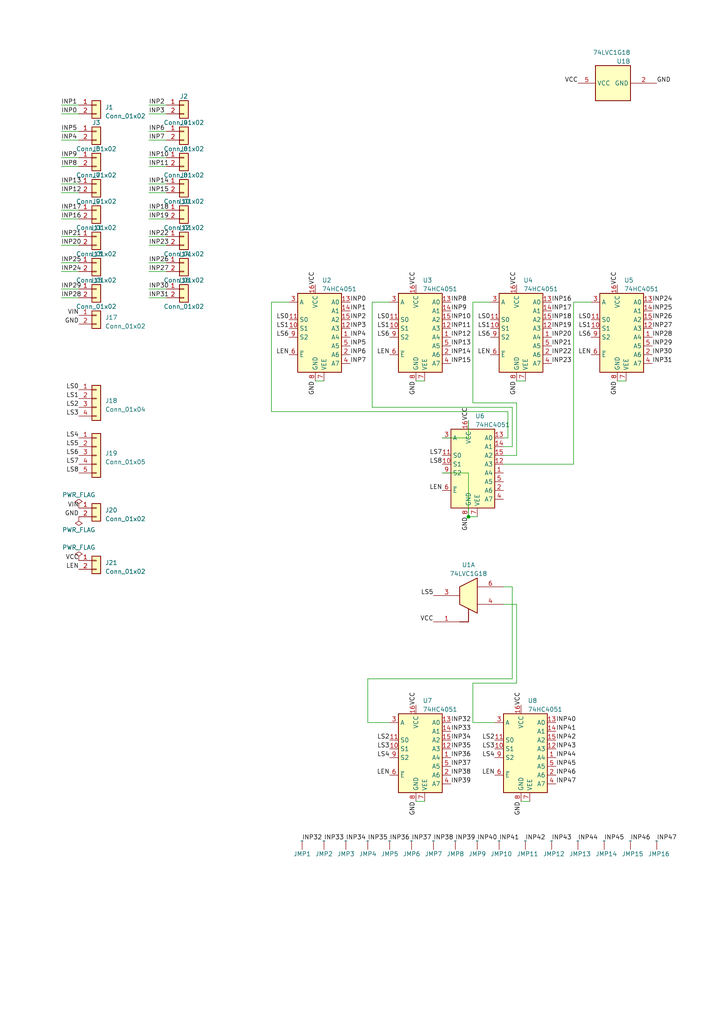
<source format=kicad_sch>
(kicad_sch (version 20230121) (generator eeschema)
  (paper "A4" portrait)
  (lib_symbols
    (symbol "74xGxx:74LVC1G18"
      (property "Reference" "U" (at 6.35 7.62 0))
      (property "Value" "74LVC1G18" (at 7.62 -7.62 0))
      (symbol "74LVC1G18_1_1"
        (polyline (pts (xy -2.54 -7.62) (xy 0 -7.62) (xy 0 -3.81)) (stroke (width 0.254)))
        (polyline (pts (xy -2.54 2.54) (xy -2.54 -2.54) (xy 2.54 -5.08) (xy 2.54 -1.27) (xy 2.54 0) (xy 2.54 1.27) (xy 2.54 5.08) (xy -2.54 2.54)) (stroke (width 0.254)) (fill (type background)))
        (pin input line (at -10.16 -7.62 0) (length 7.62) (name "~") (number "1"))
        (pin input line (at -10.16 0 0) (length 7.62) (name "~") (number "3"))
        (pin tri_state line (at 10.16 -2.54 180) (length 7.62) (name "~") (number "4"))
        (pin tri_state line (at 10.16 2.54 180) (length 7.62) (name "~") (number "6"))
      )
      (symbol "74LVC1G18_2_1"
        (rectangle (start -5.08 5.08) (end 5.08 -5.08) (stroke (width 0.254)) (fill (type background)))
        (pin power_in line (at 0 -12.7 90) (length 7.62) (name "GND") (number "2"))
        (pin power_in line (at 0 10.16 270) (length 5.08) (name "VCC") (number "5"))
      )
    )
    (symbol "74xx:74HC4051"
      (property "Reference" "U" (at -5.08 11.43 0))
      (property "Value" "74HC4051" (at -7.62 -13.97 0))
      (symbol "74HC4051_0_1"
        (rectangle (start -5.08 10.16) (end 7.62 -12.7) (stroke (width 0.254)) (fill (type background)))
      )
      (symbol "74HC4051_1_1"
        (pin passive line (at 10.16 -2.54 180) (length 2.54) (name "A4") (number "1"))
        (pin input line (at -7.62 0 0) (length 2.54) (name "S1") (number "10"))
        (pin input line (at -7.62 2.54 0) (length 2.54) (name "S0") (number "11"))
        (pin passive line (at 10.16 0 180) (length 2.54) (name "A3") (number "12"))
        (pin passive line (at 10.16 7.62 180) (length 2.54) (name "A0") (number "13"))
        (pin passive line (at 10.16 5.08 180) (length 2.54) (name "A1") (number "14"))
        (pin passive line (at 10.16 2.54 180) (length 2.54) (name "A2") (number "15"))
        (pin power_in line (at 0 12.7 270) (length 2.54) (name "VCC") (number "16"))
        (pin passive line (at 10.16 -7.62 180) (length 2.54) (name "A6") (number "2"))
        (pin passive line (at -7.62 7.62 0) (length 2.54) (name "A") (number "3"))
        (pin passive line (at 10.16 -10.16 180) (length 2.54) (name "A7") (number "4"))
        (pin passive line (at 10.16 -5.08 180) (length 2.54) (name "A5") (number "5"))
        (pin input line (at -7.62 -7.62 0) (length 2.54) (name "~{E}") (number "6"))
        (pin power_in line (at 2.54 -15.24 90) (length 2.54) (name "VEE") (number "7"))
        (pin power_in line (at 0 -15.24 90) (length 2.54) (name "GND") (number "8"))
        (pin input line (at -7.62 -2.54 0) (length 2.54) (name "S2") (number "9"))
      )
    )
    (symbol "Connector_Generic:Conn_01x02" (pin_names (offset 1.016) hide)
      (property "Reference" "J" (at 0 2.54 0))
      (property "Value" "Conn_01x02" (at 0 -5.08 0))
      (symbol "Conn_01x02_1_1"
        (rectangle (start -1.27 -2.413) (end 0 -2.667) (stroke (width 0.1524)))
        (rectangle (start -1.27 0.127) (end 0 -0.127) (stroke (width 0.1524)))
        (rectangle (start -1.27 1.27) (end 1.27 -3.81) (stroke (width 0.254)) (fill (type background)))
        (pin passive line (at -5.08 0 0) (length 3.81) (name "Pin_1") (number "1"))
        (pin passive line (at -5.08 -2.54 0) (length 3.81) (name "Pin_2") (number "2"))
      )
    )
    (symbol "Connector_Generic:Conn_01x04" (pin_names (offset 1.016) hide)
      (property "Reference" "J" (at 0 5.08 0))
      (property "Value" "Conn_01x04" (at 0 -7.62 0))
      (symbol "Conn_01x04_1_1"
        (rectangle (start -1.27 -4.953) (end 0 -5.207) (stroke (width 0.1524)))
        (rectangle (start -1.27 -2.413) (end 0 -2.667) (stroke (width 0.1524)))
        (rectangle (start -1.27 0.127) (end 0 -0.127) (stroke (width 0.1524)))
        (rectangle (start -1.27 2.667) (end 0 2.413) (stroke (width 0.1524)))
        (rectangle (start -1.27 3.81) (end 1.27 -6.35) (stroke (width 0.254)) (fill (type background)))
        (pin passive line (at -5.08 2.54 0) (length 3.81) (name "Pin_1") (number "1"))
        (pin passive line (at -5.08 0 0) (length 3.81) (name "Pin_2") (number "2"))
        (pin passive line (at -5.08 -2.54 0) (length 3.81) (name "Pin_3") (number "3"))
        (pin passive line (at -5.08 -5.08 0) (length 3.81) (name "Pin_4") (number "4"))
      )
    )
    (symbol "Connector_Generic:Conn_01x05" (pin_names (offset 1.016) hide)
      (property "Reference" "J" (at 0 7.62 0))
      (property "Value" "Conn_01x05" (at 0 -7.62 0))
      (symbol "Conn_01x05_1_1"
        (rectangle (start -1.27 -4.953) (end 0 -5.207) (stroke (width 0.1524)))
        (rectangle (start -1.27 -2.413) (end 0 -2.667) (stroke (width 0.1524)))
        (rectangle (start -1.27 0.127) (end 0 -0.127) (stroke (width 0.1524)))
        (rectangle (start -1.27 2.667) (end 0 2.413) (stroke (width 0.1524)))
        (rectangle (start -1.27 5.207) (end 0 4.953) (stroke (width 0.1524)))
        (rectangle (start -1.27 6.35) (end 1.27 -6.35) (stroke (width 0.254)) (fill (type background)))
        (pin passive line (at -5.08 5.08 0) (length 3.81) (name "Pin_1") (number "1"))
        (pin passive line (at -5.08 2.54 0) (length 3.81) (name "Pin_2") (number "2"))
        (pin passive line (at -5.08 0 0) (length 3.81) (name "Pin_3") (number "3"))
        (pin passive line (at -5.08 -2.54 0) (length 3.81) (name "Pin_4") (number "4"))
        (pin passive line (at -5.08 -5.08 0) (length 3.81) (name "Pin_5") (number "5"))
      )
    )
    (symbol "TacTile:Jumper_Connect" (pin_numbers hide) (pin_names (offset 0) hide)
      (property "Reference" "JMP" (at 0 1.27 0))
      (symbol "Jumper_Connect_1_1"
        (pin passive line (at 0 0 270) (length 2.54) (name "A") (number "1"))
      )
    )
    (symbol "power:PWR_FLAG" (power) (pin_numbers hide) (pin_names (offset 0) hide)
      (property "Value" "PWR_FLAG" (at 0 3.81 0))
      (symbol "PWR_FLAG_0_0"
        (pin power_out line (at 0 0 90) (length 0) (name "pwr") (number "1"))
      )
      (symbol "PWR_FLAG_0_1"
        (polyline (pts (xy 0 0) (xy 0 1.27) (xy -1.016 1.905) (xy 0 2.54) (xy 1.016 1.905) (xy 0 1.27)))
      )
    )
  )
  (junction (at 135.89 149.86))
  (wire (pts (xy 17.78 86.36) (xy 22.86 86.36)))
  (wire (pts (xy 135.89 137.16) (xy 135.89 149.86)))
  (wire (pts (xy 43.18 68.58) (xy 48.26 68.58)))
  (wire (pts (xy 149.86 132.08) (xy 146.05 132.08)))
  (wire (pts (xy 43.18 86.36) (xy 48.26 86.36)))
  (wire (pts (xy 17.78 45.72) (xy 22.86 45.72)))
  (wire (pts (xy 137.16 87.63) (xy 137.16 116.84)))
  (wire (pts (xy 137.16 198.12) (xy 137.16 209.55)))
  (wire (pts (xy 43.18 71.12) (xy 48.26 71.12)))
  (wire (pts (xy 106.68 209.55) (xy 113.03 209.55)))
  (wire (pts (xy 146.05 175.26) (xy 149.86 175.26)))
  (wire (pts (xy 43.18 30.48) (xy 48.26 30.48)))
  (wire (pts (xy 91.44 110.49) (xy 93.98 110.49)))
  (wire (pts (xy 142.24 87.63) (xy 137.16 87.63)))
  (wire (pts (xy 43.18 38.1) (xy 48.26 38.1)))
  (wire (pts (xy 17.78 38.1) (xy 22.86 38.1)))
  (wire (pts (xy 148.59 129.54) (xy 146.05 129.54)))
  (wire (pts (xy 151.13 232.41) (xy 153.67 232.41)))
  (wire (pts (xy 135.89 127) (xy 135.89 121.92)))
  (wire (pts (xy 17.78 40.64) (xy 22.86 40.64)))
  (wire (pts (xy 128.27 127) (xy 135.89 127)))
  (wire (pts (xy 113.03 87.63) (xy 107.95 87.63)))
  (wire (pts (xy 17.78 30.48) (xy 22.86 30.48)))
  (wire (pts (xy 78.74 119.38) (xy 147.32 119.38)))
  (wire (pts (xy 43.18 83.82) (xy 48.26 83.82)))
  (wire (pts (xy 149.86 116.84) (xy 149.86 132.08)))
  (wire (pts (xy 137.16 116.84) (xy 149.86 116.84)))
  (wire (pts (xy 17.78 63.5) (xy 22.86 63.5)))
  (wire (pts (xy 166.37 87.63) (xy 166.37 134.62)))
  (wire (pts (xy 17.78 76.2) (xy 22.86 76.2)))
  (wire (pts (xy 166.37 134.62) (xy 146.05 134.62)))
  (wire (pts (xy 17.78 48.26) (xy 22.86 48.26)))
  (wire (pts (xy 147.32 119.38) (xy 147.32 127)))
  (wire (pts (xy 120.65 232.41) (xy 123.19 232.41)))
  (wire (pts (xy 43.18 33.02) (xy 48.26 33.02)))
  (wire (pts (xy 43.18 76.2) (xy 48.26 76.2)))
  (wire (pts (xy 148.59 196.85) (xy 106.68 196.85)))
  (wire (pts (xy 17.78 68.58) (xy 22.86 68.58)))
  (wire (pts (xy 128.27 137.16) (xy 135.89 137.16)))
  (wire (pts (xy 171.45 87.63) (xy 166.37 87.63)))
  (wire (pts (xy 43.18 60.96) (xy 48.26 60.96)))
  (wire (pts (xy 120.65 110.49) (xy 123.19 110.49)))
  (wire (pts (xy 17.78 33.02) (xy 22.86 33.02)))
  (wire (pts (xy 43.18 48.26) (xy 48.26 48.26)))
  (wire (pts (xy 149.86 110.49) (xy 152.4 110.49)))
  (wire (pts (xy 17.78 71.12) (xy 22.86 71.12)))
  (wire (pts (xy 43.18 78.74) (xy 48.26 78.74)))
  (wire (pts (xy 17.78 55.88) (xy 22.86 55.88)))
  (wire (pts (xy 17.78 60.96) (xy 22.86 60.96)))
  (wire (pts (xy 135.89 149.86) (xy 138.43 149.86)))
  (wire (pts (xy 106.68 196.85) (xy 106.68 209.55)))
  (wire (pts (xy 179.07 110.49) (xy 181.61 110.49)))
  (wire (pts (xy 149.86 198.12) (xy 137.16 198.12)))
  (wire (pts (xy 107.95 87.63) (xy 107.95 118.11)))
  (wire (pts (xy 43.18 45.72) (xy 48.26 45.72)))
  (wire (pts (xy 43.18 53.34) (xy 48.26 53.34)))
  (wire (pts (xy 107.95 118.11) (xy 148.59 118.11)))
  (wire (pts (xy 146.05 170.18) (xy 148.59 170.18)))
  (wire (pts (xy 83.82 87.63) (xy 78.74 87.63)))
  (wire (pts (xy 78.74 87.63) (xy 78.74 119.38)))
  (wire (pts (xy 17.78 83.82) (xy 22.86 83.82)))
  (wire (pts (xy 148.59 118.11) (xy 148.59 129.54)))
  (wire (pts (xy 17.78 53.34) (xy 22.86 53.34)))
  (wire (pts (xy 43.18 55.88) (xy 48.26 55.88)))
  (wire (pts (xy 43.18 63.5) (xy 48.26 63.5)))
  (wire (pts (xy 147.32 127) (xy 146.05 127)))
  (wire (pts (xy 149.86 175.26) (xy 149.86 198.12)))
  (wire (pts (xy 43.18 40.64) (xy 48.26 40.64)))
  (wire (pts (xy 137.16 209.55) (xy 143.51 209.55)))
  (wire (pts (xy 148.59 170.18) (xy 148.59 196.85)))
  (wire (pts (xy 17.78 78.74) (xy 22.86 78.74)))
  (label "INP44" (at 161.29 219.71 0))
  (label "LEN" (at 113.03 224.79 180))
  (label "INP31" (at 43.18 86.36 0))
  (label "INP13" (at 17.78 53.34 0))
  (label "INP43" (at 161.29 217.17 0))
  (label "LS6" (at 113.03 97.79 180))
  (label "INP18" (at 160.02 92.71 0))
  (label "LEN" (at 142.24 102.87 180))
  (label "INP10" (at 43.18 45.72 0))
  (label "INP42" (at 152.4 243.84 0))
  (label "INP29" (at 189.23 100.33 0))
  (label "GND" (at 190.5 24.13 0))
  (label "LEN" (at 171.45 102.87 180))
  (label "INP0" (at 17.78 33.02 0))
  (label "INP9" (at 17.78 45.72 0))
  (label "INP16" (at 17.78 63.5 0))
  (label "GND" (at 120.65 232.41 270))
  (label "INP24" (at 189.23 87.63 0))
  (label "INP40" (at 138.43 243.84 0))
  (label "INP28" (at 189.23 97.79 0))
  (label "INP32" (at 130.81 209.55 0))
  (label "GND" (at 151.13 232.41 270))
  (label "LS1" (at 113.03 95.25 180))
  (label "INP21" (at 160.02 100.33 0))
  (label "INP34" (at 130.81 214.63 0))
  (label "LS7" (at 128.27 132.08 180))
  (label "INP15" (at 130.81 105.41 0))
  (label "INP26" (at 189.23 92.71 0))
  (label "INP22" (at 160.02 102.87 0))
  (label "VCC" (at 135.89 121.92 90))
  (label "LS8" (at 22.86 137.16 180))
  (label "LS4" (at 143.51 219.71 180))
  (label "INP47" (at 161.29 227.33 0))
  (label "INP26" (at 43.18 76.2 0))
  (label "INP14" (at 43.18 53.34 0))
  (label "INP12" (at 17.78 55.88 0))
  (label "INP47" (at 190.5 243.84 0))
  (label "INP23" (at 160.02 105.41 0))
  (label "INP11" (at 130.81 95.25 0))
  (label "INP41" (at 161.29 212.09 0))
  (label "VCC" (at 149.86 82.55 90))
  (label "INP2" (at 101.6 92.71 0))
  (label "INP33" (at 93.98 243.84 0))
  (label "INP46" (at 161.29 224.79 0))
  (label "LS1" (at 22.86 115.57 180))
  (label "INP39" (at 132.08 243.84 0))
  (label "INP42" (at 161.29 214.63 0))
  (label "INP34" (at 100.33 243.84 0))
  (label "INP15" (at 43.18 55.88 0))
  (label "INP21" (at 17.78 68.58 0))
  (label "INP29" (at 17.78 83.82 0))
  (label "LS0" (at 83.82 92.71 180))
  (label "INP19" (at 43.18 63.5 0))
  (label "INP3" (at 101.6 95.25 0))
  (label "INP32" (at 87.63 243.84 0))
  (label "INP19" (at 160.02 95.25 0))
  (label "LS6" (at 171.45 97.79 180))
  (label "LEN" (at 22.86 165.1 180))
  (label "INP13" (at 130.81 100.33 0))
  (label "INP25" (at 17.78 76.2 0))
  (label "INP45" (at 161.29 222.25 0))
  (label "INP8" (at 17.78 48.26 0))
  (label "INP40" (at 161.29 209.55 0))
  (label "INP12" (at 130.81 97.79 0))
  (label "INP3" (at 43.18 33.02 0))
  (label "LS2" (at 143.51 214.63 180))
  (label "LS0" (at 22.86 113.03 180))
  (label "LS2" (at 113.03 214.63 180))
  (label "VCC" (at 179.07 82.55 90))
  (label "VCC" (at 167.64 24.13 180))
  (label "INP4" (at 17.78 40.64 0))
  (label "INP11" (at 43.18 48.26 0))
  (label "INP35" (at 106.68 243.84 0))
  (label "INP24" (at 17.78 78.74 0))
  (label "LS4" (at 22.86 127 180))
  (label "INP33" (at 130.81 212.09 0))
  (label "LS6" (at 83.82 97.79 180))
  (label "INP17" (at 17.78 60.96 0))
  (label "LS3" (at 143.51 217.17 180))
  (label "LS5" (at 22.86 129.54 180))
  (label "LS1" (at 83.82 95.25 180))
  (label "INP30" (at 43.18 83.82 0))
  (label "INP2" (at 43.18 30.48 0))
  (label "INP6" (at 43.18 38.1 0))
  (label "INP7" (at 43.18 40.64 0))
  (label "INP31" (at 189.23 105.41 0))
  (label "INP43" (at 160.02 243.84 0))
  (label "LS2" (at 22.86 118.11 180))
  (label "INP16" (at 160.02 87.63 0))
  (label "GND" (at 22.86 93.98 180))
  (label "INP41" (at 144.78 243.84 0))
  (label "INP25" (at 189.23 90.17 0))
  (label "LS1" (at 142.24 95.25 180))
  (label "INP1" (at 101.6 90.17 0))
  (label "INP1" (at 17.78 30.48 0))
  (label "INP22" (at 43.18 68.58 0))
  (label "VCC" (at 22.86 162.56 180))
  (label "INP36" (at 113.03 243.84 0))
  (label "GND" (at 91.44 110.49 270))
  (label "INP23" (at 43.18 71.12 0))
  (label "VCC" (at 125.73 180.34 180))
  (label "LS4" (at 113.03 219.71 180))
  (label "GND" (at 179.07 110.49 270))
  (label "INP6" (at 101.6 102.87 0))
  (label "INP8" (at 130.81 87.63 0))
  (label "LS8" (at 128.27 134.62 180))
  (label "LS3" (at 113.03 217.17 180))
  (label "INP7" (at 101.6 105.41 0))
  (label "LEN" (at 143.51 224.79 180))
  (label "INP20" (at 160.02 97.79 0))
  (label "INP30" (at 189.23 102.87 0))
  (label "VCC" (at 120.65 204.47 90))
  (label "INP4" (at 101.6 97.79 0))
  (label "VCC" (at 151.13 204.47 90))
  (label "INP28" (at 17.78 86.36 0))
  (label "INP27" (at 189.23 95.25 0))
  (label "LS6" (at 142.24 97.79 180))
  (label "INP44" (at 167.64 243.84 0))
  (label "GND" (at 149.86 110.49 270))
  (label "INP9" (at 130.81 90.17 0))
  (label "INP27" (at 43.18 78.74 0))
  (label "INP14" (at 130.81 102.87 0))
  (label "INP37" (at 130.81 222.25 0))
  (label "INP45" (at 175.26 243.84 0))
  (label "INP37" (at 119.38 243.84 0))
  (label "VCC" (at 120.65 82.55 90))
  (label "LEN" (at 128.27 142.24 180))
  (label "VIN" (at 22.86 91.44 180))
  (label "LS7" (at 22.86 134.62 180))
  (label "INP17" (at 160.02 90.17 0))
  (label "GND" (at 135.89 149.86 270))
  (label "INP0" (at 101.6 87.63 0))
  (label "LS1" (at 171.45 95.25 180))
  (label "INP18" (at 43.18 60.96 0))
  (label "LS5" (at 125.73 172.72 180))
  (label "INP38" (at 125.73 243.84 0))
  (label "LS0" (at 171.45 92.71 180))
  (label "VIN" (at 22.86 147.32 180))
  (label "INP36" (at 130.81 219.71 0))
  (label "INP20" (at 17.78 71.12 0))
  (label "GND" (at 22.86 149.86 180))
  (label "INP46" (at 182.88 243.84 0))
  (label "LS0" (at 142.24 92.71 180))
  (label "LS6" (at 22.86 132.08 180))
  (label "VCC" (at 91.44 82.55 90))
  (label "LEN" (at 113.03 102.87 180))
  (label "INP35" (at 130.81 217.17 0))
  (label "GND" (at 120.65 110.49 270))
  (label "LS0" (at 113.03 92.71 180))
  (label "INP10" (at 130.81 92.71 0))
  (label "INP38" (at 130.81 224.79 0))
  (label "INP39" (at 130.81 227.33 0))
  (label "LEN" (at 83.82 102.87 180))
  (label "LS3" (at 22.86 120.65 180))
  (label "INP5" (at 17.78 38.1 0))
  (label "INP5" (at 101.6 100.33 0))
  (symbol (lib_id "74xx:74HC4051") (at 149.86 95.25 0) (unit 1)
    (property "Reference" "U4" (at 151.8159 81.28 0) (effects (justify left)))
    (property "Value" "74HC4051" (at 151.8159 83.82 0) (effects (justify left)))
    (property "Footprint" "Package_DIP:DIP-16_W7.62mm" (effects hide))
    (property "Datasheet" "http://www.ti.com/lit/ds/symlink/cd74hc4051.pdf" (effects hide))
  )
  (symbol (lib_id "TacTile:Jumper_Connect") (at 167.64 243.84 0) (unit 1)
    (property "Reference" "JMP13" (at 165.1 247.65 0) (effects (justify left)))
    (property "Value" "~" (at 167.64 243.84 0))
    (property "Footprint" "TacTile:Jumper_Connect" (effects hide))
  )
  (symbol (lib_id "power:PWR_FLAG") (at 22.86 149.86 180) (unit 1)
    (property "Reference" "#FLG02" (effects hide))
    (property "Value" "PWR_FLAG" (at 22.86 153.67 0))
  )
  (symbol (lib_id "Connector_Generic:Conn_01x02") (at 53.34 45.72 0) (unit 1)
    (property "Reference" "J6" (at 53.34 43.18 0))
    (property "Value" "Conn_01x02" (at 53.34 50.8 0))
    (property "Footprint" "Connector_PinSocket_1.27mm:PinSocket_1x02_P1.27mm_Vertical" (effects hide))
  )
  (symbol (lib_id "Connector_Generic:Conn_01x02") (at 27.94 45.72 0) (unit 1)
    (property "Reference" "J5" (at 27.94 43.18 0))
    (property "Value" "Conn_01x02" (at 27.94 50.8 0))
    (property "Footprint" "Connector_PinSocket_1.27mm:PinSocket_1x02_P1.27mm_Vertical" (effects hide))
  )
  (symbol (lib_id "74xx:74HC4051") (at 135.89 134.62 0) (unit 1)
    (property "Reference" "U6" (at 137.8459 120.65 0) (effects (justify left)))
    (property "Value" "74HC4051" (at 137.8459 123.19 0) (effects (justify left)))
    (property "Footprint" "Package_DIP:DIP-16_W7.62mm" (effects hide))
    (property "Datasheet" "http://www.ti.com/lit/ds/symlink/cd74hc4051.pdf" (effects hide))
  )
  (symbol (lib_id "74xx:74HC4051") (at 151.13 217.17 0) (unit 1)
    (property "Reference" "U8" (at 153.0859 203.2 0) (effects (justify left)))
    (property "Value" "74HC4051" (at 153.0859 205.74 0) (effects (justify left)))
    (property "Footprint" "Package_DIP:DIP-16_W7.62mm" (effects hide))
    (property "Datasheet" "http://www.ti.com/lit/ds/symlink/cd74hc4051.pdf" (effects hide))
  )
  (symbol (lib_id "Connector_Generic:Conn_01x02") (at 27.94 68.58 0) (unit 1)
    (property "Reference" "J11" (at 27.94 66.04 0))
    (property "Value" "Conn_01x02" (at 27.94 73.66 0))
    (property "Footprint" "Connector_PinSocket_1.27mm:PinSocket_1x02_P1.27mm_Vertical" (effects hide))
  )
  (symbol (lib_id "Connector_Generic:Conn_01x02") (at 53.34 83.82 0) (unit 1)
    (property "Reference" "J16" (at 53.34 81.28 0))
    (property "Value" "Conn_01x02" (at 53.34 88.9 0))
    (property "Footprint" "Connector_PinSocket_1.27mm:PinSocket_1x02_P1.27mm_Vertical" (effects hide))
  )
  (symbol (lib_id "74xGxx:74LVC1G18") (at 135.89 172.72 0) (unit 1)
    (property "Reference" "U1" (at 135.89 163.83 0))
    (property "Value" "74LVC1G18" (at 135.89 166.37 0))
    (property "Footprint" "Package_DIP:DIP-6_W7.62mm" (effects hide))
    (property "Datasheet" "http://www.ti.com/lit/sg/scyt129e/scyt129e.pdf" (effects hide))
  )
  (symbol (lib_id "TacTile:Jumper_Connect") (at 175.26 243.84 0) (unit 1)
    (property "Reference" "JMP14" (at 172.72 247.65 0) (effects (justify left)))
    (property "Value" "~" (at 175.26 243.84 0))
    (property "Footprint" "TacTile:Jumper_Connect" (effects hide))
  )
  (symbol (lib_id "Connector_Generic:Conn_01x05") (at 27.94 132.08 0) (unit 1)
    (property "Reference" "J19" (at 30.48 131.445 0) (effects (justify left)))
    (property "Value" "Conn_01x05" (at 30.48 133.985 0) (effects (justify left)))
    (property "Footprint" "Connector_PinHeader_2.54mm:PinHeader_1x05_P2.54mm_Vertical" (effects hide))
  )
  (symbol (lib_id "Connector_Generic:Conn_01x02") (at 27.94 76.2 0) (unit 1)
    (property "Reference" "J13" (at 27.94 73.66 0))
    (property "Value" "Conn_01x02" (at 27.94 81.28 0))
    (property "Footprint" "Connector_PinSocket_1.27mm:PinSocket_1x02_P1.27mm_Vertical" (effects hide))
  )
  (symbol (lib_id "TacTile:Jumper_Connect") (at 87.63 243.84 0) (unit 1)
    (property "Reference" "JMP1" (at 85.09 247.65 0) (effects (justify left)))
    (property "Value" "~" (at 87.63 243.84 0))
    (property "Footprint" "TacTile:Jumper_Connect" (effects hide))
  )
  (symbol (lib_id "Connector_Generic:Conn_01x02") (at 53.34 30.48 0) (unit 1)
    (property "Reference" "J2" (at 53.34 27.94 0))
    (property "Value" "Conn_01x02" (at 53.34 35.56 0))
    (property "Footprint" "Connector_PinSocket_1.27mm:PinSocket_1x02_P1.27mm_Vertical" (effects hide))
  )
  (symbol (lib_id "TacTile:Jumper_Connect") (at 144.78 243.84 0) (unit 1)
    (property "Reference" "JMP10" (at 142.24 247.65 0) (effects (justify left)))
    (property "Value" "~" (at 144.78 243.84 0))
    (property "Footprint" "TacTile:Jumper_Connect" (effects hide))
  )
  (symbol (lib_id "Connector_Generic:Conn_01x02") (at 53.34 38.1 0) (unit 1)
    (property "Reference" "J4" (at 53.34 35.56 0))
    (property "Value" "Conn_01x02" (at 53.34 43.18 0))
    (property "Footprint" "Connector_PinSocket_1.27mm:PinSocket_1x02_P1.27mm_Vertical" (effects hide))
  )
  (symbol (lib_id "Connector_Generic:Conn_01x02") (at 53.34 76.2 0) (unit 1)
    (property "Reference" "J14" (at 53.34 73.66 0))
    (property "Value" "Conn_01x02" (at 53.34 81.28 0))
    (property "Footprint" "Connector_PinSocket_1.27mm:PinSocket_1x02_P1.27mm_Vertical" (effects hide))
  )
  (symbol (lib_id "Connector_Generic:Conn_01x02") (at 27.94 147.32 0) (unit 1)
    (property "Reference" "J20" (at 30.48 147.955 0) (effects (justify left)))
    (property "Value" "Conn_01x02" (at 30.48 150.495 0) (effects (justify left)))
    (property "Footprint" "Connector_PinHeader_2.54mm:PinHeader_1x02_P2.54mm_Vertical" (effects hide))
  )
  (symbol (lib_id "TacTile:Jumper_Connect") (at 119.38 243.84 0) (unit 1)
    (property "Reference" "JMP6" (at 116.84 247.65 0) (effects (justify left)))
    (property "Value" "~" (at 119.38 243.84 0))
    (property "Footprint" "TacTile:Jumper_Connect" (effects hide))
  )
  (symbol (lib_id "TacTile:Jumper_Connect") (at 93.98 243.84 0) (unit 1)
    (property "Reference" "JMP2" (at 91.44 247.65 0) (effects (justify left)))
    (property "Value" "~" (at 93.98 243.84 0))
    (property "Footprint" "TacTile:Jumper_Connect" (effects hide))
  )
  (symbol (lib_id "74xx:74HC4051") (at 120.65 95.25 0) (unit 1)
    (property "Reference" "U3" (at 122.6059 81.28 0) (effects (justify left)))
    (property "Value" "74HC4051" (at 122.6059 83.82 0) (effects (justify left)))
    (property "Footprint" "Package_DIP:DIP-16_W7.62mm" (effects hide))
    (property "Datasheet" "http://www.ti.com/lit/ds/symlink/cd74hc4051.pdf" (effects hide))
  )
  (symbol (lib_id "power:PWR_FLAG") (at 22.86 162.56 0) (unit 1)
    (property "Reference" "#FLG03" (effects hide))
    (property "Value" "PWR_FLAG" (at 22.86 158.75 0))
  )
  (symbol (lib_id "Connector_Generic:Conn_01x02") (at 27.94 83.82 0) (unit 1)
    (property "Reference" "J15" (at 27.94 81.28 0))
    (property "Value" "Conn_01x02" (at 27.94 88.9 0))
    (property "Footprint" "Connector_PinSocket_1.27mm:PinSocket_1x02_P1.27mm_Vertical" (effects hide))
  )
  (symbol (lib_id "TacTile:Jumper_Connect") (at 132.08 243.84 0) (unit 1)
    (property "Reference" "JMP8" (at 129.54 247.65 0) (effects (justify left)))
    (property "Value" "~" (at 132.08 243.84 0))
    (property "Footprint" "TacTile:Jumper_Connect" (effects hide))
  )
  (symbol (lib_id "TacTile:Jumper_Connect") (at 152.4 243.84 0) (unit 1)
    (property "Reference" "JMP11" (at 149.86 247.65 0) (effects (justify left)))
    (property "Value" "~" (at 152.4 243.84 0))
    (property "Footprint" "TacTile:Jumper_Connect" (effects hide))
  )
  (symbol (lib_id "TacTile:Jumper_Connect") (at 113.03 243.84 0) (unit 1)
    (property "Reference" "JMP5" (at 110.49 247.65 0) (effects (justify left)))
    (property "Value" "~" (at 113.03 243.84 0))
    (property "Footprint" "TacTile:Jumper_Connect" (effects hide))
  )
  (symbol (lib_id "Connector_Generic:Conn_01x02") (at 27.94 91.44 0) (unit 1)
    (property "Reference" "J17" (at 30.48 92.075 0) (effects (justify left)))
    (property "Value" "Conn_01x02" (at 30.48 94.615 0) (effects (justify left)))
    (property "Footprint" "Connector_PinSocket_1.27mm:PinSocket_1x02_P1.27mm_Vertical" (effects hide))
  )
  (symbol (lib_id "74xx:74HC4051") (at 120.65 217.17 0) (unit 1)
    (property "Reference" "U7" (at 122.6059 203.2 0) (effects (justify left)))
    (property "Value" "74HC4051" (at 122.6059 205.74 0) (effects (justify left)))
    (property "Footprint" "Package_DIP:DIP-16_W7.62mm" (effects hide))
    (property "Datasheet" "http://www.ti.com/lit/ds/symlink/cd74hc4051.pdf" (effects hide))
  )
  (symbol (lib_id "TacTile:Jumper_Connect") (at 160.02 243.84 0) (unit 1)
    (property "Reference" "JMP12" (at 157.48 247.65 0) (effects (justify left)))
    (property "Value" "~" (at 160.02 243.84 0))
    (property "Footprint" "TacTile:Jumper_Connect" (effects hide))
  )
  (symbol (lib_id "Connector_Generic:Conn_01x02") (at 27.94 30.48 0) (unit 1)
    (property "Reference" "J1" (at 30.48 31.115 0) (effects (justify left)))
    (property "Value" "Conn_01x02" (at 30.48 33.655 0) (effects (justify left)))
    (property "Footprint" "Connector_PinSocket_1.27mm:PinSocket_1x02_P1.27mm_Vertical" (effects hide))
  )
  (symbol (lib_id "Connector_Generic:Conn_01x02") (at 53.34 60.96 0) (unit 1)
    (property "Reference" "J10" (at 53.34 58.42 0))
    (property "Value" "Conn_01x02" (at 53.34 66.04 0))
    (property "Footprint" "Connector_PinSocket_1.27mm:PinSocket_1x02_P1.27mm_Vertical" (effects hide))
  )
  (symbol (lib_id "Connector_Generic:Conn_01x02") (at 27.94 38.1 0) (unit 1)
    (property "Reference" "J3" (at 27.94 35.56 0))
    (property "Value" "Conn_01x02" (at 27.94 43.18 0))
    (property "Footprint" "Connector_PinSocket_1.27mm:PinSocket_1x02_P1.27mm_Vertical" (effects hide))
  )
  (symbol (lib_id "power:PWR_FLAG") (at 22.86 147.32 0) (unit 1)
    (property "Reference" "#FLG01" (effects hide))
    (property "Value" "PWR_FLAG" (at 22.86 143.51 0))
  )
  (symbol (lib_id "Connector_Generic:Conn_01x02") (at 27.94 60.96 0) (unit 1)
    (property "Reference" "J9" (at 27.94 58.42 0))
    (property "Value" "Conn_01x02" (at 27.94 66.04 0))
    (property "Footprint" "Connector_PinSocket_1.27mm:PinSocket_1x02_P1.27mm_Vertical" (effects hide))
  )
  (symbol (lib_id "TacTile:Jumper_Connect") (at 100.33 243.84 0) (unit 1)
    (property "Reference" "JMP3" (at 97.79 247.65 0) (effects (justify left)))
    (property "Value" "~" (at 100.33 243.84 0))
    (property "Footprint" "TacTile:Jumper_Connect" (effects hide))
  )
  (symbol (lib_id "TacTile:Jumper_Connect") (at 125.73 243.84 0) (unit 1)
    (property "Reference" "JMP7" (at 123.19 247.65 0) (effects (justify left)))
    (property "Value" "~" (at 125.73 243.84 0))
    (property "Footprint" "TacTile:Jumper_Connect" (effects hide))
  )
  (symbol (lib_id "Connector_Generic:Conn_01x02") (at 53.34 68.58 0) (unit 1)
    (property "Reference" "J12" (at 53.34 66.04 0))
    (property "Value" "Conn_01x02" (at 53.34 73.66 0))
    (property "Footprint" "Connector_PinSocket_1.27mm:PinSocket_1x02_P1.27mm_Vertical" (effects hide))
  )
  (symbol (lib_id "74xx:74HC4051") (at 91.44 95.25 0) (unit 1)
    (property "Reference" "U2" (at 93.3959 81.28 0) (effects (justify left)))
    (property "Value" "74HC4051" (at 93.3959 83.82 0) (effects (justify left)))
    (property "Footprint" "Package_DIP:DIP-16_W7.62mm" (effects hide))
    (property "Datasheet" "http://www.ti.com/lit/ds/symlink/cd74hc4051.pdf" (effects hide))
  )
  (symbol (lib_id "74xx:74HC4051") (at 179.07 95.25 0) (unit 1)
    (property "Reference" "U5" (at 181.0259 81.28 0) (effects (justify left)))
    (property "Value" "74HC4051" (at 181.0259 83.82 0) (effects (justify left)))
    (property "Footprint" "Package_DIP:DIP-16_W7.62mm" (effects hide))
    (property "Datasheet" "http://www.ti.com/lit/ds/symlink/cd74hc4051.pdf" (effects hide))
  )
  (symbol (lib_id "74xGxx:74LVC1G18") (at 177.8 24.13 90) (unit 2)
    (property "Reference" "U1" (at 182.88 17.78 90) (effects (justify left)))
    (property "Value" "74LVC1G18" (at 182.88 15.24 90) (effects (justify left)))
    (property "Footprint" "Package_DIP:DIP-6_W7.62mm" (effects hide))
    (property "Datasheet" "http://www.ti.com/lit/sg/scyt129e/scyt129e.pdf" (effects hide))
  )
  (symbol (lib_id "TacTile:Jumper_Connect") (at 190.5 243.84 0) (unit 1)
    (property "Reference" "JMP16" (at 187.96 247.65 0) (effects (justify left)))
    (property "Value" "~" (at 190.5 243.84 0))
    (property "Footprint" "TacTile:Jumper_Connect" (effects hide))
  )
  (symbol (lib_id "TacTile:Jumper_Connect") (at 106.68 243.84 0) (unit 1)
    (property "Reference" "JMP4" (at 104.14 247.65 0) (effects (justify left)))
    (property "Value" "~" (at 106.68 243.84 0))
    (property "Footprint" "TacTile:Jumper_Connect" (effects hide))
  )
  (symbol (lib_id "Connector_Generic:Conn_01x02") (at 53.34 53.34 0) (unit 1)
    (property "Reference" "J8" (at 53.34 50.8 0))
    (property "Value" "Conn_01x02" (at 53.34 58.42 0))
    (property "Footprint" "Connector_PinSocket_1.27mm:PinSocket_1x02_P1.27mm_Vertical" (effects hide))
  )
  (symbol (lib_id "Connector_Generic:Conn_01x02") (at 27.94 53.34 0) (unit 1)
    (property "Reference" "J7" (at 27.94 50.8 0))
    (property "Value" "Conn_01x02" (at 27.94 58.42 0))
    (property "Footprint" "Connector_PinSocket_1.27mm:PinSocket_1x02_P1.27mm_Vertical" (effects hide))
  )
  (symbol (lib_id "TacTile:Jumper_Connect") (at 182.88 243.84 0) (unit 1)
    (property "Reference" "JMP15" (at 180.34 247.65 0) (effects (justify left)))
    (property "Value" "~" (at 182.88 243.84 0))
    (property "Footprint" "TacTile:Jumper_Connect" (effects hide))
  )
  (symbol (lib_id "TacTile:Jumper_Connect") (at 138.43 243.84 0) (unit 1)
    (property "Reference" "JMP9" (at 135.89 247.65 0) (effects (justify left)))
    (property "Value" "~" (at 138.43 243.84 0))
    (property "Footprint" "TacTile:Jumper_Connect" (effects hide))
  )
  (symbol (lib_id "Connector_Generic:Conn_01x02") (at 27.94 162.56 0) (unit 1)
    (property "Reference" "J21" (at 30.48 163.195 0) (effects (justify left)))
    (property "Value" "Conn_01x02" (at 30.48 165.735 0) (effects (justify left)))
    (property "Footprint" "Connector_PinHeader_2.54mm:PinHeader_1x02_P2.54mm_Vertical" (effects hide))
  )
  (symbol (lib_id "Connector_Generic:Conn_01x04") (at 27.94 115.57 0) (unit 1)
    (property "Reference" "J18" (at 30.48 116.205 0) (effects (justify left)))
    (property "Value" "Conn_01x04" (at 30.48 118.745 0) (effects (justify left)))
    (property "Footprint" "Connector_PinHeader_2.54mm:PinHeader_1x04_P2.54mm_Vertical" (effects hide))
  )
)
</source>
